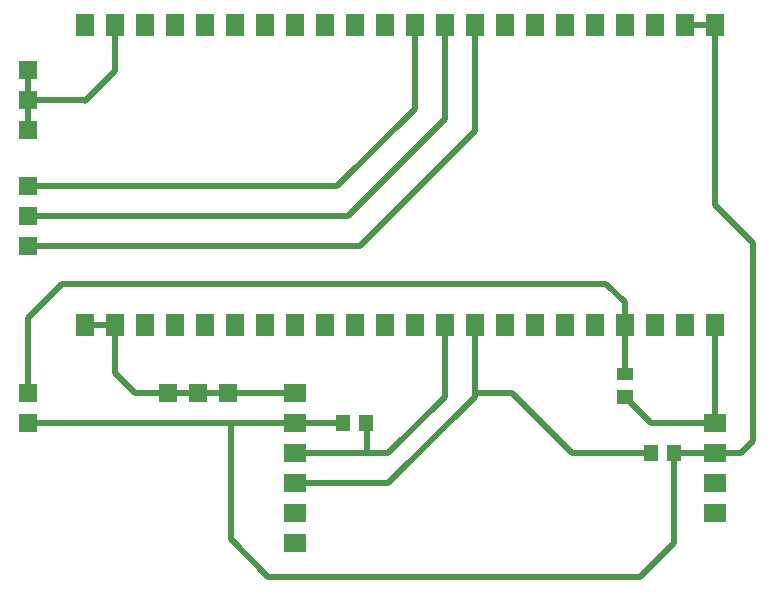
<source format=gbl>
G04 Layer: BottomLayer*
G04 EasyEDA v6.5.46, 2024-09-02 22:14:07*
G04 e88426a38d4c4d1a9789fb718d1c1170,6b50037bb1584808a520f39feb1544fe,10*
G04 Gerber Generator version 0.2*
G04 Scale: 100 percent, Rotated: No, Reflected: No *
G04 Dimensions in millimeters *
G04 leading zeros omitted , absolute positions ,4 integer and 5 decimal *
%FSLAX45Y45*%
%MOMM*%

%AMMACRO1*21,1,$1,$2,0,0,$3*%
%ADD10C,0.5000*%
%ADD11R,1.3770X1.1325*%
%ADD12MACRO1,1.377X1.1325X0.0000*%
%ADD13MACRO1,1.377X1.1325X-90.0000*%
%ADD14MACRO1,1.377X1.1325X90.0000*%
%ADD15R,1.9000X1.6000*%
%ADD16R,1.5748X1.5748*%
%ADD17R,1.6000X1.9000*%

%LPD*%
D10*
X-767206Y5085994D02*
G01*
X-767206Y3561206D01*
X-444245Y3238245D01*
X-444245Y1561845D01*
X-545592Y1460500D01*
X-762000Y1460500D01*
X-1526387Y1935200D02*
G01*
X-1305692Y1714505D01*
X-762000Y1714505D01*
X-4889500Y1968500D02*
G01*
X-4318000Y1968500D01*
X-1529181Y2545994D02*
G01*
X-1529181Y2737578D01*
X-1685396Y2893794D01*
X-6296388Y2893794D01*
X-6582587Y2607594D01*
X-6582587Y1971598D01*
X-6582562Y4451982D02*
G01*
X-6582562Y4197604D01*
X-6582562Y4197604D01*
X-6582562Y4706391D02*
G01*
X-6582562Y4706391D01*
X-6582562Y4451982D01*
X-6101181Y2545994D02*
G01*
X-5847181Y2545994D01*
X-5847206Y2545994D02*
G01*
X-5847206Y2138824D01*
X-5676882Y1968500D01*
X-5397500Y1968500D01*
X-5143500Y1968500D02*
G01*
X-5397500Y1968500D01*
X-4889500Y1968500D02*
G01*
X-5143500Y1968500D01*
X-6582562Y3466211D02*
G01*
X-3873972Y3466211D01*
X-3053209Y4286976D01*
X-3053209Y5085996D01*
X-767206Y2545994D02*
G01*
X-767206Y1719706D01*
X-762000Y1714500D01*
X-6582562Y3720592D02*
G01*
X-3962907Y3720592D01*
X-3307209Y4376290D01*
X-3307209Y5085996D01*
X-6582562Y3211804D02*
G01*
X-3773195Y3211804D01*
X-2799209Y4185790D01*
X-2799209Y5085996D01*
X-1021206Y5085994D02*
G01*
X-793369Y5085994D01*
X-761794Y5054419D01*
X-4318000Y1460505D02*
G01*
X-3532088Y1460505D01*
X-3053206Y1939386D01*
X-3053206Y2545994D01*
X-4318000Y1206505D02*
G01*
X-3529794Y1208397D01*
X-2799206Y1938985D01*
X-2799206Y2545994D01*
X-4318000Y1714505D02*
G01*
X-4315310Y1717194D01*
X-3916001Y1717194D01*
X-3715976Y1717194D02*
G01*
X-3711521Y1712739D01*
X-3711521Y1460500D01*
X-1108455Y1462786D02*
G01*
X-762000Y1460500D01*
X-1308354Y1462786D02*
G01*
X-1970786Y1462786D01*
X-2478786Y1970786D01*
X-2767329Y1970786D01*
X-1529209Y2545996D02*
G01*
X-1526387Y2543175D01*
X-1526387Y2135200D01*
X-4318000Y1714505D02*
G01*
X-4858765Y1714500D01*
X-4865370Y1707895D01*
X-4865370Y731520D01*
X-4547362Y413512D01*
X-1399286Y413512D01*
X-1108455Y704087D01*
X-1108455Y1462786D01*
X-6582587Y1717192D02*
G01*
X-6579895Y1714500D01*
X-4858765Y1714500D01*
X-6095974Y4445000D02*
G01*
X-5847209Y4693765D01*
X-5847209Y5085996D01*
X-6582562Y4451982D02*
G01*
X-6582562Y4197604D01*
X-6582562Y4197604D01*
X-6582562Y4706391D02*
G01*
X-6582562Y4706391D01*
X-6582562Y4451982D01*
X-6582562Y4451985D02*
G01*
X-6102959Y4451985D01*
X-6095974Y4445000D01*
D11*
G01*
X-1526387Y2135200D03*
D12*
G01*
X-1526397Y1935190D03*
D13*
G01*
X-1108392Y1462796D03*
G01*
X-1308402Y1462796D03*
D14*
G01*
X-3915996Y1717197D03*
G01*
X-3715986Y1717197D03*
D15*
G01*
X-4318000Y952500D03*
G01*
X-4318000Y1206500D03*
G01*
X-4318000Y1460500D03*
G01*
X-4318000Y1714500D03*
G01*
X-4318000Y1968500D03*
G01*
X-4318000Y698500D03*
G01*
X-762000Y952500D03*
G01*
X-762000Y1206500D03*
G01*
X-762000Y1460500D03*
G01*
X-762000Y1714500D03*
D16*
G01*
X-6582663Y3211829D03*
G01*
X-6582663Y3466084D03*
G01*
X-6582663Y3720592D03*
D17*
G01*
X-767079Y5086095D03*
G01*
X-767079Y2546095D03*
G01*
X-1021079Y5086095D03*
G01*
X-1021079Y2546095D03*
G01*
X-1275079Y5086095D03*
G01*
X-1275079Y2546095D03*
G01*
X-1529079Y5086095D03*
G01*
X-1529079Y2546095D03*
G01*
X-1783079Y5086095D03*
G01*
X-1783079Y2546095D03*
G01*
X-2037079Y5086095D03*
G01*
X-2037079Y2546095D03*
G01*
X-2291079Y5086095D03*
G01*
X-2291079Y2546095D03*
G01*
X-2545079Y5086095D03*
G01*
X-2545079Y2546095D03*
G01*
X-2799079Y5086095D03*
G01*
X-2799079Y2546095D03*
G01*
X-3053079Y5086095D03*
G01*
X-3053079Y2546095D03*
G01*
X-3307079Y5086095D03*
G01*
X-3307079Y2546095D03*
G01*
X-3561079Y5086095D03*
G01*
X-3561079Y2546095D03*
G01*
X-3815079Y5086095D03*
G01*
X-3815079Y2546095D03*
G01*
X-4069079Y5086095D03*
G01*
X-4069079Y2546095D03*
G01*
X-4323079Y5086095D03*
G01*
X-4323079Y2546095D03*
G01*
X-4577079Y5086095D03*
G01*
X-4577079Y2546095D03*
G01*
X-4831079Y5086095D03*
G01*
X-4831079Y2546095D03*
G01*
X-5085079Y5086095D03*
G01*
X-5085079Y2546095D03*
G01*
X-5339079Y5086095D03*
G01*
X-5339079Y2546095D03*
G01*
X-5593079Y5086095D03*
G01*
X-5593079Y2546095D03*
G01*
X-5847079Y5086095D03*
G01*
X-5847079Y2546095D03*
G01*
X-6101079Y5086095D03*
G01*
X-6101079Y2546095D03*
D16*
G01*
X-6582587Y1971598D03*
G01*
X-6582587Y1717192D03*
G01*
X-6582587Y4706391D03*
G01*
X-6582587Y4451985D03*
G01*
X-6582587Y4197578D03*
G01*
X-5397500Y1968500D03*
G01*
X-5143500Y1968500D03*
G01*
X-4889500Y1968500D03*
M02*

</source>
